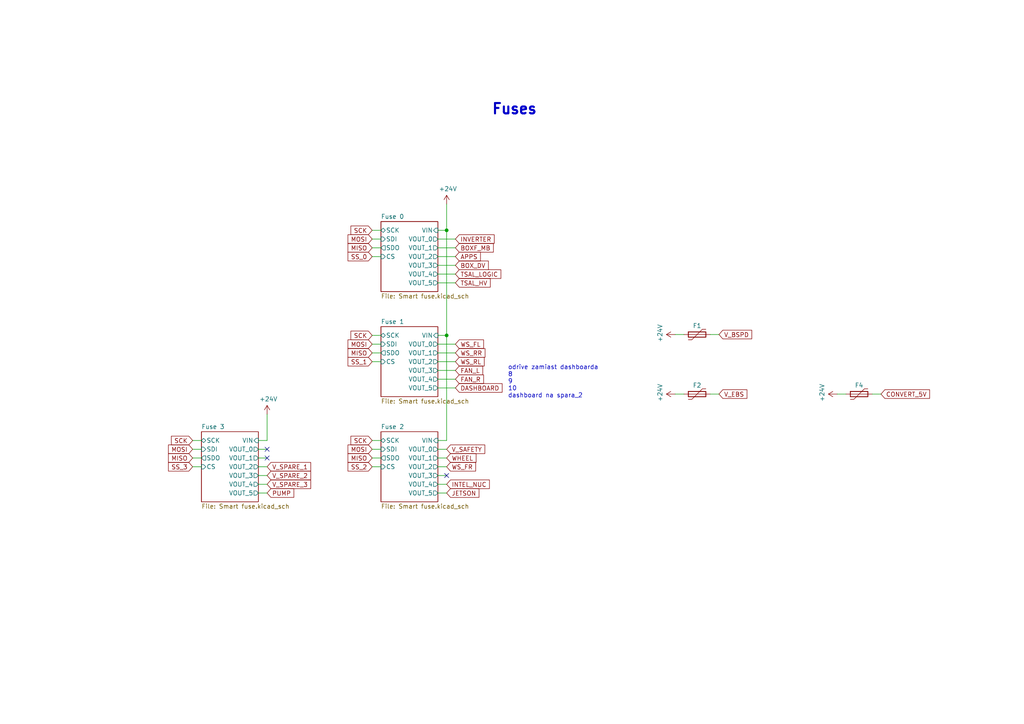
<source format=kicad_sch>
(kicad_sch (version 20211123) (generator eeschema)

  (uuid 38c40dcc-c1da-4f6f-a147-01497313c7b0)

  (paper "A4")

  (lib_symbols
    (symbol "Device:Polyfuse" (pin_numbers hide) (pin_names (offset 0)) (in_bom yes) (on_board yes)
      (property "Reference" "F" (id 0) (at -2.54 0 90)
        (effects (font (size 1.27 1.27)))
      )
      (property "Value" "Polyfuse" (id 1) (at 2.54 0 90)
        (effects (font (size 1.27 1.27)))
      )
      (property "Footprint" "" (id 2) (at 1.27 -5.08 0)
        (effects (font (size 1.27 1.27)) (justify left) hide)
      )
      (property "Datasheet" "~" (id 3) (at 0 0 0)
        (effects (font (size 1.27 1.27)) hide)
      )
      (property "ki_keywords" "resettable fuse PTC PPTC polyfuse polyswitch" (id 4) (at 0 0 0)
        (effects (font (size 1.27 1.27)) hide)
      )
      (property "ki_description" "Resettable fuse, polymeric positive temperature coefficient" (id 5) (at 0 0 0)
        (effects (font (size 1.27 1.27)) hide)
      )
      (property "ki_fp_filters" "*polyfuse* *PTC*" (id 6) (at 0 0 0)
        (effects (font (size 1.27 1.27)) hide)
      )
      (symbol "Polyfuse_0_1"
        (rectangle (start -0.762 2.54) (end 0.762 -2.54)
          (stroke (width 0.254) (type default) (color 0 0 0 0))
          (fill (type none))
        )
        (polyline
          (pts
            (xy 0 2.54)
            (xy 0 -2.54)
          )
          (stroke (width 0) (type default) (color 0 0 0 0))
          (fill (type none))
        )
        (polyline
          (pts
            (xy -1.524 2.54)
            (xy -1.524 1.524)
            (xy 1.524 -1.524)
            (xy 1.524 -2.54)
          )
          (stroke (width 0) (type default) (color 0 0 0 0))
          (fill (type none))
        )
      )
      (symbol "Polyfuse_1_1"
        (pin passive line (at 0 3.81 270) (length 1.27)
          (name "~" (effects (font (size 1.27 1.27))))
          (number "1" (effects (font (size 1.27 1.27))))
        )
        (pin passive line (at 0 -3.81 90) (length 1.27)
          (name "~" (effects (font (size 1.27 1.27))))
          (number "2" (effects (font (size 1.27 1.27))))
        )
      )
    )
    (symbol "power:+24V" (power) (pin_names (offset 0)) (in_bom yes) (on_board yes)
      (property "Reference" "#PWR" (id 0) (at 0 -3.81 0)
        (effects (font (size 1.27 1.27)) hide)
      )
      (property "Value" "+24V" (id 1) (at 0 3.556 0)
        (effects (font (size 1.27 1.27)))
      )
      (property "Footprint" "" (id 2) (at 0 0 0)
        (effects (font (size 1.27 1.27)) hide)
      )
      (property "Datasheet" "" (id 3) (at 0 0 0)
        (effects (font (size 1.27 1.27)) hide)
      )
      (property "ki_keywords" "power-flag" (id 4) (at 0 0 0)
        (effects (font (size 1.27 1.27)) hide)
      )
      (property "ki_description" "Power symbol creates a global label with name \"+24V\"" (id 5) (at 0 0 0)
        (effects (font (size 1.27 1.27)) hide)
      )
      (symbol "+24V_0_1"
        (polyline
          (pts
            (xy -0.762 1.27)
            (xy 0 2.54)
          )
          (stroke (width 0) (type default) (color 0 0 0 0))
          (fill (type none))
        )
        (polyline
          (pts
            (xy 0 0)
            (xy 0 2.54)
          )
          (stroke (width 0) (type default) (color 0 0 0 0))
          (fill (type none))
        )
        (polyline
          (pts
            (xy 0 2.54)
            (xy 0.762 1.27)
          )
          (stroke (width 0) (type default) (color 0 0 0 0))
          (fill (type none))
        )
      )
      (symbol "+24V_1_1"
        (pin power_in line (at 0 0 90) (length 0) hide
          (name "+24V" (effects (font (size 1.27 1.27))))
          (number "1" (effects (font (size 1.27 1.27))))
        )
      )
    )
  )

  (junction (at 129.54 66.802) (diameter 0) (color 0 0 0 0)
    (uuid 09b29be7-13c8-405c-b89b-6c26eea5b2f0)
  )
  (junction (at 129.54 97.282) (diameter 0) (color 0 0 0 0)
    (uuid 77ea1b4e-a183-4d7d-a03d-ea8b178dd5ff)
  )

  (no_connect (at 129.54 137.922) (uuid 83b35aee-0b87-4c44-9c64-a62c32bb2ccc))
  (no_connect (at 77.47 132.842) (uuid c082d3f7-f4ac-4161-9d26-68da5ee92565))
  (no_connect (at 77.47 130.302) (uuid d7ddd52b-0c3e-4cb0-8aeb-11de89d8af29))

  (wire (pts (xy 242.824 114.3) (xy 245.364 114.3))
    (stroke (width 0) (type default) (color 0 0 0 0))
    (uuid 0557e2d9-4af1-4235-b5f8-1d89ee67df07)
  )
  (wire (pts (xy 127 127.762) (xy 129.54 127.762))
    (stroke (width 0) (type default) (color 0 0 0 0))
    (uuid 078db027-fa63-4932-bb99-0d7439904c6e)
  )
  (wire (pts (xy 55.88 130.302) (xy 58.42 130.302))
    (stroke (width 0) (type default) (color 0 0 0 0))
    (uuid 0d1d3584-9867-486a-b52c-6d8aef2aca05)
  )
  (wire (pts (xy 127 97.282) (xy 129.54 97.282))
    (stroke (width 0) (type default) (color 0 0 0 0))
    (uuid 0f899206-4d68-498c-bc92-893f5e54d0c3)
  )
  (wire (pts (xy 77.47 132.842) (xy 74.93 132.842))
    (stroke (width 0) (type default) (color 0 0 0 0))
    (uuid 100714f2-46d2-4fe8-983c-b966d5be805f)
  )
  (wire (pts (xy 132.08 102.362) (xy 127 102.362))
    (stroke (width 0) (type default) (color 0 0 0 0))
    (uuid 117113f7-ebb7-4c0d-a296-74a46dc65161)
  )
  (wire (pts (xy 129.54 137.922) (xy 127 137.922))
    (stroke (width 0) (type default) (color 0 0 0 0))
    (uuid 1bcc5a08-abad-4df2-a2d4-99992d92f5ef)
  )
  (wire (pts (xy 107.95 74.422) (xy 110.49 74.422))
    (stroke (width 0) (type default) (color 0 0 0 0))
    (uuid 1de01251-a990-465d-96c8-e1506581cf2a)
  )
  (wire (pts (xy 107.95 99.822) (xy 110.49 99.822))
    (stroke (width 0) (type default) (color 0 0 0 0))
    (uuid 28966f7b-623b-44e7-9f21-50fa6a0f690d)
  )
  (wire (pts (xy 107.95 97.282) (xy 110.49 97.282))
    (stroke (width 0) (type default) (color 0 0 0 0))
    (uuid 2ec9518e-82e1-43f1-bc18-85163aee7371)
  )
  (wire (pts (xy 55.88 132.842) (xy 58.42 132.842))
    (stroke (width 0) (type default) (color 0 0 0 0))
    (uuid 327fbc68-2855-4051-8138-b868b8d3e6c7)
  )
  (wire (pts (xy 195.834 114.3) (xy 198.374 114.3))
    (stroke (width 0) (type default) (color 0 0 0 0))
    (uuid 35327bf9-7fad-48c7-a14f-fb1442fed5cf)
  )
  (wire (pts (xy 77.47 135.382) (xy 74.93 135.382))
    (stroke (width 0) (type default) (color 0 0 0 0))
    (uuid 3acd969d-1c7c-4746-8dda-a1ea85984de8)
  )
  (wire (pts (xy 127 66.802) (xy 129.54 66.802))
    (stroke (width 0) (type default) (color 0 0 0 0))
    (uuid 3ccb2818-923f-46bd-a0a3-fbeb62b8ac35)
  )
  (wire (pts (xy 205.994 97.028) (xy 208.534 97.028))
    (stroke (width 0) (type default) (color 0 0 0 0))
    (uuid 3f21e3fb-de54-4dea-a429-6a0b68ad143b)
  )
  (wire (pts (xy 132.08 109.982) (xy 127 109.982))
    (stroke (width 0) (type default) (color 0 0 0 0))
    (uuid 4731935d-e010-498a-a145-6716bd2831ad)
  )
  (wire (pts (xy 129.54 132.842) (xy 127 132.842))
    (stroke (width 0) (type default) (color 0 0 0 0))
    (uuid 487d7e70-5fcf-4823-822d-a1b903fdba85)
  )
  (wire (pts (xy 107.95 130.302) (xy 110.49 130.302))
    (stroke (width 0) (type default) (color 0 0 0 0))
    (uuid 4abf5d42-be02-4a3f-8f7f-e17779baf152)
  )
  (wire (pts (xy 74.93 127.762) (xy 77.47 127.762))
    (stroke (width 0) (type default) (color 0 0 0 0))
    (uuid 4bf6bc51-be2b-4ecb-8153-7b0ff861b9b4)
  )
  (wire (pts (xy 132.08 107.442) (xy 127 107.442))
    (stroke (width 0) (type default) (color 0 0 0 0))
    (uuid 4cbc5907-1da2-41d0-9d18-c8d209b1c94b)
  )
  (wire (pts (xy 127 79.502) (xy 132.08 79.502))
    (stroke (width 0) (type default) (color 0 0 0 0))
    (uuid 4e5ad359-428a-4e37-bd0f-ff2e4c236979)
  )
  (wire (pts (xy 107.95 132.842) (xy 110.49 132.842))
    (stroke (width 0) (type default) (color 0 0 0 0))
    (uuid 5102ee9d-fc9d-4536-809e-6275cc1a17a0)
  )
  (wire (pts (xy 74.93 143.002) (xy 77.47 143.002))
    (stroke (width 0) (type default) (color 0 0 0 0))
    (uuid 51833d8f-73ca-4564-9d31-b30d8745c49f)
  )
  (wire (pts (xy 129.54 66.802) (xy 129.54 59.182))
    (stroke (width 0) (type default) (color 0 0 0 0))
    (uuid 51a2f1a7-8967-4340-88a3-a35efc7f0023)
  )
  (wire (pts (xy 132.08 69.342) (xy 127 69.342))
    (stroke (width 0) (type default) (color 0 0 0 0))
    (uuid 520b34ec-09d2-4680-a7f3-411f1809f381)
  )
  (wire (pts (xy 129.54 97.282) (xy 129.54 66.802))
    (stroke (width 0) (type default) (color 0 0 0 0))
    (uuid 57750aab-8013-42a4-bacb-0117140d948d)
  )
  (wire (pts (xy 127 140.462) (xy 129.54 140.462))
    (stroke (width 0) (type default) (color 0 0 0 0))
    (uuid 58a7a7f8-b222-4d65-a54c-1020ccbae6a2)
  )
  (wire (pts (xy 107.95 71.882) (xy 110.49 71.882))
    (stroke (width 0) (type default) (color 0 0 0 0))
    (uuid 5dae2d70-5e18-4d8d-b0e8-f643ad53f94c)
  )
  (wire (pts (xy 77.47 127.762) (xy 77.47 120.142))
    (stroke (width 0) (type default) (color 0 0 0 0))
    (uuid 5daed63b-4928-44f7-8a72-3128fbe7f335)
  )
  (wire (pts (xy 107.95 69.342) (xy 110.49 69.342))
    (stroke (width 0) (type default) (color 0 0 0 0))
    (uuid 633a9591-18f7-4293-9941-6a3f5c4feb13)
  )
  (wire (pts (xy 55.88 127.762) (xy 58.42 127.762))
    (stroke (width 0) (type default) (color 0 0 0 0))
    (uuid 652ffd59-78b7-4e50-8e08-8844e4139d49)
  )
  (wire (pts (xy 77.47 130.302) (xy 74.93 130.302))
    (stroke (width 0) (type default) (color 0 0 0 0))
    (uuid 662d454c-f260-40c8-a219-c55bdfaa734b)
  )
  (wire (pts (xy 252.984 114.3) (xy 255.524 114.3))
    (stroke (width 0) (type default) (color 0 0 0 0))
    (uuid 677479e7-0075-4cce-a037-5a2dcba73a55)
  )
  (wire (pts (xy 107.95 66.802) (xy 110.49 66.802))
    (stroke (width 0) (type default) (color 0 0 0 0))
    (uuid 67a0b3fe-bcfd-4b20-884a-ef16ae3644a8)
  )
  (wire (pts (xy 77.47 137.922) (xy 74.93 137.922))
    (stroke (width 0) (type default) (color 0 0 0 0))
    (uuid 6a1ecf46-657e-4cc8-ac58-9138486a33fe)
  )
  (wire (pts (xy 132.08 104.902) (xy 127 104.902))
    (stroke (width 0) (type default) (color 0 0 0 0))
    (uuid 74abb9e4-6b1f-4f5c-a385-620f963fda4b)
  )
  (wire (pts (xy 205.994 114.3) (xy 208.534 114.3))
    (stroke (width 0) (type default) (color 0 0 0 0))
    (uuid 759a4cb0-5cae-40ca-ac9d-88d87df95c5b)
  )
  (wire (pts (xy 55.88 135.382) (xy 58.42 135.382))
    (stroke (width 0) (type default) (color 0 0 0 0))
    (uuid 874e4a6d-52fe-49c7-975f-17f278b1ddc7)
  )
  (wire (pts (xy 127 71.882) (xy 132.08 71.882))
    (stroke (width 0) (type default) (color 0 0 0 0))
    (uuid 8d16ad89-9b1e-45a7-bbae-5bbbf889f211)
  )
  (wire (pts (xy 129.54 135.382) (xy 127 135.382))
    (stroke (width 0) (type default) (color 0 0 0 0))
    (uuid a2ba30e6-b808-4222-84de-648838ff6285)
  )
  (wire (pts (xy 195.834 97.028) (xy 198.374 97.028))
    (stroke (width 0) (type default) (color 0 0 0 0))
    (uuid a56b224e-c89b-4e4a-a3ee-8e3aeb4c13eb)
  )
  (wire (pts (xy 107.95 104.902) (xy 110.49 104.902))
    (stroke (width 0) (type default) (color 0 0 0 0))
    (uuid b2445c4a-3bd3-44b2-94e3-7d08d9613614)
  )
  (wire (pts (xy 132.08 112.522) (xy 127 112.522))
    (stroke (width 0) (type default) (color 0 0 0 0))
    (uuid b557b128-7696-4854-968d-bed8c1343b1e)
  )
  (wire (pts (xy 107.95 135.382) (xy 110.49 135.382))
    (stroke (width 0) (type default) (color 0 0 0 0))
    (uuid b5d524a4-d62f-458b-b662-ba3b00baef85)
  )
  (wire (pts (xy 129.54 127.762) (xy 129.54 97.282))
    (stroke (width 0) (type default) (color 0 0 0 0))
    (uuid b7bb5fe0-3728-4083-9c88-7e235dbe1266)
  )
  (wire (pts (xy 107.95 127.762) (xy 110.49 127.762))
    (stroke (width 0) (type default) (color 0 0 0 0))
    (uuid bf80d6c6-f124-42c2-9475-f351dfaeeb25)
  )
  (wire (pts (xy 132.08 99.822) (xy 127 99.822))
    (stroke (width 0) (type default) (color 0 0 0 0))
    (uuid ca73392c-b87a-4e35-8928-b02c70aa96b2)
  )
  (wire (pts (xy 127 143.002) (xy 129.54 143.002))
    (stroke (width 0) (type default) (color 0 0 0 0))
    (uuid cf3ac2b7-d593-460a-b1a7-aa890b959cfe)
  )
  (wire (pts (xy 132.08 82.042) (xy 127 82.042))
    (stroke (width 0) (type default) (color 0 0 0 0))
    (uuid d431f6f6-c826-49bf-8461-03a3a1c4a884)
  )
  (wire (pts (xy 127 130.302) (xy 129.54 130.302))
    (stroke (width 0) (type default) (color 0 0 0 0))
    (uuid d4a671ba-3bf3-4d8c-989c-464eb7c8d56c)
  )
  (wire (pts (xy 127 76.962) (xy 132.08 76.962))
    (stroke (width 0) (type default) (color 0 0 0 0))
    (uuid d866fb00-75bb-4e2f-92f4-9e47c74fc6f3)
  )
  (wire (pts (xy 107.95 102.362) (xy 110.49 102.362))
    (stroke (width 0) (type default) (color 0 0 0 0))
    (uuid de71e304-bc4c-46d9-819a-17f97ce3d875)
  )
  (wire (pts (xy 127 74.422) (xy 132.08 74.422))
    (stroke (width 0) (type default) (color 0 0 0 0))
    (uuid df54895a-f9f6-4eab-bb08-eec9b16f1ca1)
  )
  (wire (pts (xy 77.47 140.462) (xy 74.93 140.462))
    (stroke (width 0) (type default) (color 0 0 0 0))
    (uuid f9977624-2845-406f-a7b8-b6a57d2f2b08)
  )

  (text "Fuses\n" (at 155.956 33.528 180)
    (effects (font (size 2.9972 2.9972) (thickness 0.5994) bold) (justify right bottom))
    (uuid 1f09363c-7843-4225-abce-00a32f9e850d)
  )
  (text "odrive zamiast dashboarda\n8\n9\n10\ndashboard na spara_2"
    (at 147.32 115.57 0)
    (effects (font (size 1.27 1.27)) (justify left bottom))
    (uuid 40e33ece-dd4f-4678-80aa-892779bad634)
  )

  (global_label "V_BSPD" (shape input) (at 208.534 97.028 0) (fields_autoplaced)
    (effects (font (size 1.27 1.27)) (justify left))
    (uuid 0de3a661-717f-46f1-9cd7-70d9355a17c9)
    (property "Intersheet References" "${INTERSHEET_REFS}" (id 0) (at -295.656 -40.132 0)
      (effects (font (size 1.27 1.27)) hide)
    )
  )
  (global_label "WHEEL" (shape input) (at 129.54 132.842 0) (fields_autoplaced)
    (effects (font (size 1.27 1.27)) (justify left))
    (uuid 11514a5f-fd8d-4b26-aadc-d027dfabc0e4)
    (property "Intersheet References" "${INTERSHEET_REFS}" (id 0) (at -430.53 28.702 0)
      (effects (font (size 1.27 1.27)) hide)
    )
  )
  (global_label "SCK" (shape input) (at 107.95 66.802 180) (fields_autoplaced)
    (effects (font (size 1.27 1.27)) (justify right))
    (uuid 1b28c28b-8aa7-4bc2-92c4-ee30915f8ced)
    (property "Intersheet References" "${INTERSHEET_REFS}" (id 0) (at -430.53 31.242 0)
      (effects (font (size 1.27 1.27)) hide)
    )
  )
  (global_label "TSAL_LOGIC" (shape input) (at 132.08 79.502 0) (fields_autoplaced)
    (effects (font (size 1.27 1.27)) (justify left))
    (uuid 252b169d-3a47-4a2d-8c72-a8fb0b09c62e)
    (property "Intersheet References" "${INTERSHEET_REFS}" (id 0) (at -430.53 31.242 0)
      (effects (font (size 1.27 1.27)) hide)
    )
  )
  (global_label "SS_2" (shape input) (at 107.95 135.382 180) (fields_autoplaced)
    (effects (font (size 1.27 1.27)) (justify right))
    (uuid 25f5d96e-7056-4dd6-ab4e-87e3b2edc0e3)
    (property "Intersheet References" "${INTERSHEET_REFS}" (id 0) (at -430.53 31.242 0)
      (effects (font (size 1.27 1.27)) hide)
    )
  )
  (global_label "V_SAFETY" (shape input) (at 129.54 130.302 0) (fields_autoplaced)
    (effects (font (size 1.27 1.27)) (justify left))
    (uuid 2b815e9a-61cc-41ca-b7eb-debcf3767dfc)
    (property "Intersheet References" "${INTERSHEET_REFS}" (id 0) (at -430.53 28.702 0)
      (effects (font (size 1.27 1.27)) hide)
    )
  )
  (global_label "MISO" (shape input) (at 107.95 132.842 180) (fields_autoplaced)
    (effects (font (size 1.27 1.27)) (justify right))
    (uuid 3973ae07-2693-4550-bbad-8cd804875fdd)
    (property "Intersheet References" "${INTERSHEET_REFS}" (id 0) (at -430.53 31.242 0)
      (effects (font (size 1.27 1.27)) hide)
    )
  )
  (global_label "CONVERT_5V" (shape input) (at 255.524 114.3 0) (fields_autoplaced)
    (effects (font (size 1.27 1.27)) (justify left))
    (uuid 3b95d71e-f962-4f49-b22f-6887171c3499)
    (property "Intersheet References" "${INTERSHEET_REFS}" (id 0) (at -295.656 -29.21 0)
      (effects (font (size 1.27 1.27)) hide)
    )
  )
  (global_label "TSAL_HV" (shape input) (at 132.08 82.042 0) (fields_autoplaced)
    (effects (font (size 1.27 1.27)) (justify left))
    (uuid 405304ab-0fe4-49ac-8e97-e3b24f2760e9)
    (property "Intersheet References" "${INTERSHEET_REFS}" (id 0) (at -430.53 31.242 0)
      (effects (font (size 1.27 1.27)) hide)
    )
  )
  (global_label "JETSON" (shape input) (at 129.54 143.002 0) (fields_autoplaced)
    (effects (font (size 1.27 1.27)) (justify left))
    (uuid 41306284-5d40-43d6-96fe-7c1e6af321fc)
    (property "Intersheet References" "${INTERSHEET_REFS}" (id 0) (at 138.819 142.9226 0)
      (effects (font (size 1.27 1.27)) (justify left) hide)
    )
  )
  (global_label "MOSI" (shape input) (at 55.88 130.302 180) (fields_autoplaced)
    (effects (font (size 1.27 1.27)) (justify right))
    (uuid 4693d16a-3dd6-475e-bb37-58d0cb9349b4)
    (property "Intersheet References" "${INTERSHEET_REFS}" (id 0) (at -430.53 31.242 0)
      (effects (font (size 1.27 1.27)) hide)
    )
  )
  (global_label "SS_3" (shape input) (at 55.88 135.382 180) (fields_autoplaced)
    (effects (font (size 1.27 1.27)) (justify right))
    (uuid 47c2bc62-87da-4a41-bbc0-7a5ce2016b93)
    (property "Intersheet References" "${INTERSHEET_REFS}" (id 0) (at -430.53 31.242 0)
      (effects (font (size 1.27 1.27)) hide)
    )
  )
  (global_label "V_SPARE_3" (shape input) (at 77.47 140.462 0) (fields_autoplaced)
    (effects (font (size 1.27 1.27)) (justify left))
    (uuid 496feb67-abb6-4dad-8098-cd7b75a0c6c2)
    (property "Intersheet References" "${INTERSHEET_REFS}" (id 0) (at 90.0147 140.3826 0)
      (effects (font (size 1.27 1.27)) (justify left) hide)
    )
  )
  (global_label "V_SPARE_1" (shape input) (at 77.47 135.382 0) (fields_autoplaced)
    (effects (font (size 1.27 1.27)) (justify left))
    (uuid 4ab7432f-17bf-4987-b6f5-a1d6dc9a5dd7)
    (property "Intersheet References" "${INTERSHEET_REFS}" (id 0) (at 90.0147 135.3026 0)
      (effects (font (size 1.27 1.27)) (justify left) hide)
    )
  )
  (global_label "FAN_L" (shape input) (at 132.08 107.442 0) (fields_autoplaced)
    (effects (font (size 1.27 1.27)) (justify left))
    (uuid 519078e1-1443-4696-99e5-7500e7f4fddc)
    (property "Intersheet References" "${INTERSHEET_REFS}" (id 0) (at -430.53 31.242 0)
      (effects (font (size 1.27 1.27)) hide)
    )
  )
  (global_label "MOSI" (shape input) (at 107.95 130.302 180) (fields_autoplaced)
    (effects (font (size 1.27 1.27)) (justify right))
    (uuid 54a50054-b7a5-4f98-89b2-6a4d48285433)
    (property "Intersheet References" "${INTERSHEET_REFS}" (id 0) (at -430.53 31.242 0)
      (effects (font (size 1.27 1.27)) hide)
    )
  )
  (global_label "SCK" (shape input) (at 55.88 127.762 180) (fields_autoplaced)
    (effects (font (size 1.27 1.27)) (justify right))
    (uuid 55671809-899f-4d62-95f3-94d66d602536)
    (property "Intersheet References" "${INTERSHEET_REFS}" (id 0) (at -430.53 31.242 0)
      (effects (font (size 1.27 1.27)) hide)
    )
  )
  (global_label "V_EBS" (shape input) (at 208.534 114.3 0) (fields_autoplaced)
    (effects (font (size 1.27 1.27)) (justify left))
    (uuid 67880dde-b214-44a2-80ff-0996ff63dfc6)
    (property "Intersheet References" "${INTERSHEET_REFS}" (id 0) (at -295.656 -29.21 0)
      (effects (font (size 1.27 1.27)) hide)
    )
  )
  (global_label "WS_FR" (shape input) (at 129.54 135.382 0) (fields_autoplaced)
    (effects (font (size 1.27 1.27)) (justify left))
    (uuid 68dc12bc-604c-40f5-8d5f-56c2e95dc1b9)
    (property "Intersheet References" "${INTERSHEET_REFS}" (id 0) (at -430.53 23.622 0)
      (effects (font (size 1.27 1.27)) hide)
    )
  )
  (global_label "INTEL_NUC" (shape input) (at 129.54 140.462 0) (fields_autoplaced)
    (effects (font (size 1.27 1.27)) (justify left))
    (uuid 6d30bf91-8548-4685-9835-abeaa46f3e99)
    (property "Intersheet References" "${INTERSHEET_REFS}" (id 0) (at -430.53 33.782 0)
      (effects (font (size 1.27 1.27)) hide)
    )
  )
  (global_label "SS_1" (shape input) (at 107.95 104.902 180) (fields_autoplaced)
    (effects (font (size 1.27 1.27)) (justify right))
    (uuid 6ecff802-d9e0-4397-a7d8-69a32cbf183c)
    (property "Intersheet References" "${INTERSHEET_REFS}" (id 0) (at -430.53 31.242 0)
      (effects (font (size 1.27 1.27)) hide)
    )
  )
  (global_label "BOX_DV" (shape input) (at 132.08 76.962 0) (fields_autoplaced)
    (effects (font (size 1.27 1.27)) (justify left))
    (uuid 70232f3c-4c2a-4d13-8369-f3896e934841)
    (property "Intersheet References" "${INTERSHEET_REFS}" (id 0) (at -430.53 31.242 0)
      (effects (font (size 1.27 1.27)) hide)
    )
  )
  (global_label "MISO" (shape input) (at 107.95 71.882 180) (fields_autoplaced)
    (effects (font (size 1.27 1.27)) (justify right))
    (uuid 70350e09-1bed-40ba-ba30-a6f4a21853d2)
    (property "Intersheet References" "${INTERSHEET_REFS}" (id 0) (at -430.53 31.242 0)
      (effects (font (size 1.27 1.27)) hide)
    )
  )
  (global_label "MOSI" (shape input) (at 107.95 69.342 180) (fields_autoplaced)
    (effects (font (size 1.27 1.27)) (justify right))
    (uuid 7d9ae52b-c15b-40c6-9462-21de543d2ae4)
    (property "Intersheet References" "${INTERSHEET_REFS}" (id 0) (at -430.53 31.242 0)
      (effects (font (size 1.27 1.27)) hide)
    )
  )
  (global_label "SCK" (shape input) (at 107.95 97.282 180) (fields_autoplaced)
    (effects (font (size 1.27 1.27)) (justify right))
    (uuid 7fd47e86-5595-4bc6-8f92-e0c5da4a4c99)
    (property "Intersheet References" "${INTERSHEET_REFS}" (id 0) (at -430.53 31.242 0)
      (effects (font (size 1.27 1.27)) hide)
    )
  )
  (global_label "SCK" (shape input) (at 107.95 127.762 180) (fields_autoplaced)
    (effects (font (size 1.27 1.27)) (justify right))
    (uuid 90f79f3c-c0ec-4d42-88f2-5352f49aabf4)
    (property "Intersheet References" "${INTERSHEET_REFS}" (id 0) (at -430.53 31.242 0)
      (effects (font (size 1.27 1.27)) hide)
    )
  )
  (global_label "INVERTER" (shape input) (at 132.08 69.342 0) (fields_autoplaced)
    (effects (font (size 1.27 1.27)) (justify left))
    (uuid 920ecaae-7db1-4d81-8d1a-1bf9d0dcbcb3)
    (property "Intersheet References" "${INTERSHEET_REFS}" (id 0) (at -430.53 31.242 0)
      (effects (font (size 1.27 1.27)) hide)
    )
  )
  (global_label "V_SPARE_2" (shape input) (at 77.47 137.922 0) (fields_autoplaced)
    (effects (font (size 1.27 1.27)) (justify left))
    (uuid 9735d21f-251f-4840-80c3-513db3769f40)
    (property "Intersheet References" "${INTERSHEET_REFS}" (id 0) (at 90.0147 137.8426 0)
      (effects (font (size 1.27 1.27)) (justify left) hide)
    )
  )
  (global_label "WS_FL" (shape input) (at 132.08 99.822 0) (fields_autoplaced)
    (effects (font (size 1.27 1.27)) (justify left))
    (uuid a0bc9b86-1e0e-4d00-83fd-e009c61c0d0f)
    (property "Intersheet References" "${INTERSHEET_REFS}" (id 0) (at -430.53 31.242 0)
      (effects (font (size 1.27 1.27)) hide)
    )
  )
  (global_label "MISO" (shape input) (at 55.88 132.842 180) (fields_autoplaced)
    (effects (font (size 1.27 1.27)) (justify right))
    (uuid a729455b-7084-4c31-a601-e488b81222a4)
    (property "Intersheet References" "${INTERSHEET_REFS}" (id 0) (at -430.53 31.242 0)
      (effects (font (size 1.27 1.27)) hide)
    )
  )
  (global_label "FAN_R" (shape input) (at 132.08 109.982 0) (fields_autoplaced)
    (effects (font (size 1.27 1.27)) (justify left))
    (uuid aaefea16-c682-46fd-8d31-f755e0df6772)
    (property "Intersheet References" "${INTERSHEET_REFS}" (id 0) (at -430.53 31.242 0)
      (effects (font (size 1.27 1.27)) hide)
    )
  )
  (global_label "BOXF_MB" (shape input) (at 132.08 71.882 0) (fields_autoplaced)
    (effects (font (size 1.27 1.27)) (justify left))
    (uuid b8901857-4226-4a93-9c0c-2843aa1cc90a)
    (property "Intersheet References" "${INTERSHEET_REFS}" (id 0) (at -430.53 31.242 0)
      (effects (font (size 1.27 1.27)) hide)
    )
  )
  (global_label "WS_RL" (shape input) (at 132.08 104.902 0) (fields_autoplaced)
    (effects (font (size 1.27 1.27)) (justify left))
    (uuid c68431fd-a519-47fd-bb6f-9ea47734268d)
    (property "Intersheet References" "${INTERSHEET_REFS}" (id 0) (at -430.53 31.242 0)
      (effects (font (size 1.27 1.27)) hide)
    )
  )
  (global_label "DASHBOARD" (shape input) (at 132.08 112.522 0) (fields_autoplaced)
    (effects (font (size 1.27 1.27)) (justify left))
    (uuid cf911380-feaf-41e5-9cb8-19b28e753833)
    (property "Intersheet References" "${INTERSHEET_REFS}" (id 0) (at -430.53 31.242 0)
      (effects (font (size 1.27 1.27)) hide)
    )
  )
  (global_label "PUMP" (shape input) (at 77.47 143.002 0) (fields_autoplaced)
    (effects (font (size 1.27 1.27)) (justify left))
    (uuid d6e50f5d-ca2d-4cd8-8ccb-2cdbe86e6976)
    (property "Intersheet References" "${INTERSHEET_REFS}" (id 0) (at -430.53 31.242 0)
      (effects (font (size 1.27 1.27)) hide)
    )
  )
  (global_label "MOSI" (shape input) (at 107.95 99.822 180) (fields_autoplaced)
    (effects (font (size 1.27 1.27)) (justify right))
    (uuid da83734b-15df-44c8-954a-8cfef63f5bc8)
    (property "Intersheet References" "${INTERSHEET_REFS}" (id 0) (at -430.53 31.242 0)
      (effects (font (size 1.27 1.27)) hide)
    )
  )
  (global_label "APPS" (shape input) (at 132.08 74.422 0) (fields_autoplaced)
    (effects (font (size 1.27 1.27)) (justify left))
    (uuid ea03582d-f50b-42ef-afe1-ac3f7ab34d9e)
    (property "Intersheet References" "${INTERSHEET_REFS}" (id 0) (at -430.53 31.242 0)
      (effects (font (size 1.27 1.27)) hide)
    )
  )
  (global_label "SS_0" (shape input) (at 107.95 74.422 180) (fields_autoplaced)
    (effects (font (size 1.27 1.27)) (justify right))
    (uuid f26f09c0-d3fd-4edc-b06e-f8b49f31d395)
    (property "Intersheet References" "${INTERSHEET_REFS}" (id 0) (at -430.53 31.242 0)
      (effects (font (size 1.27 1.27)) hide)
    )
  )
  (global_label "WS_RR" (shape input) (at 132.08 102.362 0) (fields_autoplaced)
    (effects (font (size 1.27 1.27)) (justify left))
    (uuid f69e9929-3433-4634-8fcd-e8acdeaaf0ba)
    (property "Intersheet References" "${INTERSHEET_REFS}" (id 0) (at -430.53 31.242 0)
      (effects (font (size 1.27 1.27)) hide)
    )
  )
  (global_label "MISO" (shape input) (at 107.95 102.362 180) (fields_autoplaced)
    (effects (font (size 1.27 1.27)) (justify right))
    (uuid f97d739d-5c42-44fe-821d-1b080474fab4)
    (property "Intersheet References" "${INTERSHEET_REFS}" (id 0) (at -430.53 31.242 0)
      (effects (font (size 1.27 1.27)) hide)
    )
  )

  (symbol (lib_id "power:+24V") (at 129.54 59.182 0) (unit 1)
    (in_bom yes) (on_board yes)
    (uuid 20e032ae-54c3-4485-9acf-57bcae9e59c8)
    (property "Reference" "#PWR030" (id 0) (at 129.54 62.992 0)
      (effects (font (size 1.27 1.27)) hide)
    )
    (property "Value" "+24V" (id 1) (at 129.921 54.7878 0))
    (property "Footprint" "" (id 2) (at 129.54 59.182 0)
      (effects (font (size 1.27 1.27)) hide)
    )
    (property "Datasheet" "" (id 3) (at 129.54 59.182 0)
      (effects (font (size 1.27 1.27)) hide)
    )
    (pin "1" (uuid 7c4c4ffb-03ca-45a1-a2e5-ca05ee7147ac))
  )

  (symbol (lib_id "Device:Polyfuse") (at 249.174 114.3 270) (unit 1)
    (in_bom yes) (on_board yes)
    (uuid 8afbb7d2-3637-4b22-a50a-0c09aad8b458)
    (property "Reference" "F4" (id 0) (at 249.174 111.76 90))
    (property "Value" "Polyfuse" (id 1) (at 250.444 110.49 0)
      (effects (font (size 1.27 1.27)) hide)
    )
    (property "Footprint" "Fuse:Fuse_2010_5025Metric" (id 2) (at 244.094 115.57 0)
      (effects (font (size 1.27 1.27)) (justify left) hide)
    )
    (property "Datasheet" "~" (id 3) (at 249.174 114.3 0)
      (effects (font (size 1.27 1.27)) hide)
    )
    (pin "1" (uuid 7920ce34-e24f-4cc1-b586-013940e23ec9))
    (pin "2" (uuid a00673f8-45d2-410a-8db7-6565db86c1e8))
  )

  (symbol (lib_id "power:+24V") (at 77.47 120.142 0) (unit 1)
    (in_bom yes) (on_board yes)
    (uuid af615621-9701-48fc-94be-2882b6c3d231)
    (property "Reference" "#PWR0108" (id 0) (at 77.47 123.952 0)
      (effects (font (size 1.27 1.27)) hide)
    )
    (property "Value" "+24V" (id 1) (at 77.851 115.7478 0))
    (property "Footprint" "" (id 2) (at 77.47 120.142 0)
      (effects (font (size 1.27 1.27)) hide)
    )
    (property "Datasheet" "" (id 3) (at 77.47 120.142 0)
      (effects (font (size 1.27 1.27)) hide)
    )
    (pin "1" (uuid a7b64f44-d78e-4f09-a3cd-86ef35cbc660))
  )

  (symbol (lib_id "Device:Polyfuse") (at 202.184 97.028 270) (unit 1)
    (in_bom yes) (on_board yes)
    (uuid c1f5526d-e5d2-4939-850d-2aa5f4d1ea67)
    (property "Reference" "F1" (id 0) (at 202.184 94.488 90))
    (property "Value" "Polyfuse" (id 1) (at 202.184 93.6244 90)
      (effects (font (size 1.27 1.27)) hide)
    )
    (property "Footprint" "Fuse:Fuse_2010_5025Metric" (id 2) (at 197.104 98.298 0)
      (effects (font (size 1.27 1.27)) (justify left) hide)
    )
    (property "Datasheet" "~" (id 3) (at 202.184 97.028 0)
      (effects (font (size 1.27 1.27)) hide)
    )
    (pin "1" (uuid b5e8ea01-6e42-4b98-9068-40bc2a9e4810))
    (pin "2" (uuid 2a617d6b-4e1e-4f79-b5d0-cecf489544f5))
  )

  (symbol (lib_id "power:+24V") (at 195.834 97.028 90) (unit 1)
    (in_bom yes) (on_board yes)
    (uuid c6970044-86af-4815-a7ab-65c6124f48aa)
    (property "Reference" "#PWR021" (id 0) (at 199.644 97.028 0)
      (effects (font (size 1.27 1.27)) hide)
    )
    (property "Value" "+24V" (id 1) (at 191.4398 96.647 0))
    (property "Footprint" "" (id 2) (at 195.834 97.028 0)
      (effects (font (size 1.27 1.27)) hide)
    )
    (property "Datasheet" "" (id 3) (at 195.834 97.028 0)
      (effects (font (size 1.27 1.27)) hide)
    )
    (pin "1" (uuid 78eab036-0bfa-4f43-833e-1db653cbd1d2))
  )

  (symbol (lib_id "power:+24V") (at 242.824 114.3 90) (unit 1)
    (in_bom yes) (on_board yes)
    (uuid dae4c746-5c25-4fd0-9787-e00e0cc3e6ce)
    (property "Reference" "#PWR024" (id 0) (at 246.634 114.3 0)
      (effects (font (size 1.27 1.27)) hide)
    )
    (property "Value" "+24V" (id 1) (at 238.4298 113.919 0))
    (property "Footprint" "" (id 2) (at 242.824 114.3 0)
      (effects (font (size 1.27 1.27)) hide)
    )
    (property "Datasheet" "" (id 3) (at 242.824 114.3 0)
      (effects (font (size 1.27 1.27)) hide)
    )
    (pin "1" (uuid 97e0cdf5-08e0-43e1-ba61-80256535c590))
  )

  (symbol (lib_id "Device:Polyfuse") (at 202.184 114.3 270) (unit 1)
    (in_bom yes) (on_board yes)
    (uuid ec50431d-98fc-4652-a4b7-dea8be9f5919)
    (property "Reference" "F2" (id 0) (at 202.184 111.76 90))
    (property "Value" "Polyfuse" (id 1) (at 202.184 110.8964 90)
      (effects (font (size 1.27 1.27)) hide)
    )
    (property "Footprint" "Fuse:Fuse_2010_5025Metric" (id 2) (at 197.104 115.57 0)
      (effects (font (size 1.27 1.27)) (justify left) hide)
    )
    (property "Datasheet" "~" (id 3) (at 202.184 114.3 0)
      (effects (font (size 1.27 1.27)) hide)
    )
    (pin "1" (uuid a1a91b35-d7ad-4564-9494-abd0de510ed2))
    (pin "2" (uuid 137fe5c7-3e60-47bc-963d-ac7a965cac8a))
  )

  (symbol (lib_id "power:+24V") (at 195.834 114.3 90) (unit 1)
    (in_bom yes) (on_board yes)
    (uuid ecede35e-350c-4a34-a551-1114fa20c280)
    (property "Reference" "#PWR022" (id 0) (at 199.644 114.3 0)
      (effects (font (size 1.27 1.27)) hide)
    )
    (property "Value" "+24V" (id 1) (at 191.4398 113.919 0))
    (property "Footprint" "" (id 2) (at 195.834 114.3 0)
      (effects (font (size 1.27 1.27)) hide)
    )
    (property "Datasheet" "" (id 3) (at 195.834 114.3 0)
      (effects (font (size 1.27 1.27)) hide)
    )
    (pin "1" (uuid a7c5a1dd-f290-4993-ac5e-8f04cb71380d))
  )

  (sheet (at 110.49 125.222) (size 16.51 20.32) (fields_autoplaced)
    (stroke (width 0) (type solid) (color 0 0 0 0))
    (fill (color 0 0 0 0.0000))
    (uuid 1b3be86f-8acd-44e7-a079-a7c00cdf4570)
    (property "Sheet name" "Fuse 2" (id 0) (at 110.49 124.5104 0)
      (effects (font (size 1.27 1.27)) (justify left bottom))
    )
    (property "Sheet file" "Smart fuse.kicad_sch" (id 1) (at 110.49 146.1266 0)
      (effects (font (size 1.27 1.27)) (justify left top))
    )
    (pin "VOUT_0" output (at 127 130.302 0)
      (effects (font (size 1.27 1.27)) (justify right))
      (uuid 5856bd7e-7a6d-4947-9547-cff3ca106d22)
    )
    (pin "VOUT_1" output (at 127 132.842 0)
      (effects (font (size 1.27 1.27)) (justify right))
      (uuid 12f97e70-d9fb-40c5-a5a2-d46987fcca8c)
    )
    (pin "VOUT_2" output (at 127 135.382 0)
      (effects (font (size 1.27 1.27)) (justify right))
      (uuid 113779f9-8f65-4d3f-81bf-e93413699aa7)
    )
    (pin "VOUT_3" output (at 127 137.922 0)
      (effects (font (size 1.27 1.27)) (justify right))
      (uuid b4114175-7f4b-4a36-8781-5337d98872a8)
    )
    (pin "VOUT_4" output (at 127 140.462 0)
      (effects (font (size 1.27 1.27)) (justify right))
      (uuid 98fc8596-bdd5-4422-8205-93904de5ac02)
    )
    (pin "VOUT_5" output (at 127 143.002 0)
      (effects (font (size 1.27 1.27)) (justify right))
      (uuid 06de53d3-1594-4079-bbbf-ff0e6cccca07)
    )
    (pin "SCK" bidirectional (at 110.49 127.762 180)
      (effects (font (size 1.27 1.27)) (justify left))
      (uuid acb6e074-d41d-44ec-bbb4-4e9ac3d64a7b)
    )
    (pin "SDI" input (at 110.49 130.302 180)
      (effects (font (size 1.27 1.27)) (justify left))
      (uuid 84764ca5-1713-4c85-b635-b7d367b9f03c)
    )
    (pin "SDO" output (at 110.49 132.842 180)
      (effects (font (size 1.27 1.27)) (justify left))
      (uuid b45924fe-1442-4696-a35d-b1e6b8065ac5)
    )
    (pin "CS" input (at 110.49 135.382 180)
      (effects (font (size 1.27 1.27)) (justify left))
      (uuid 585aae9e-e7fc-4145-bac2-fd5d5c2ee1dd)
    )
    (pin "VIN" input (at 127 127.762 0)
      (effects (font (size 1.27 1.27)) (justify right))
      (uuid de4884e4-f317-4d09-88bb-30580dce7172)
    )
  )

  (sheet (at 110.49 64.262) (size 16.51 20.32) (fields_autoplaced)
    (stroke (width 0) (type solid) (color 0 0 0 0))
    (fill (color 0 0 0 0.0000))
    (uuid 9b6230d8-f053-4017-bb6b-2fe984e02a8a)
    (property "Sheet name" "Fuse 0" (id 0) (at 110.49 63.5504 0)
      (effects (font (size 1.27 1.27)) (justify left bottom))
    )
    (property "Sheet file" "Smart fuse.kicad_sch" (id 1) (at 110.49 85.1666 0)
      (effects (font (size 1.27 1.27)) (justify left top))
    )
    (pin "VOUT_0" output (at 127 69.342 0)
      (effects (font (size 1.27 1.27)) (justify right))
      (uuid 35576079-5c61-4d61-832d-757522c81cd1)
    )
    (pin "VOUT_1" output (at 127 71.882 0)
      (effects (font (size 1.27 1.27)) (justify right))
      (uuid 8b4c727c-d312-4943-b28d-7be2de8c249b)
    )
    (pin "VOUT_2" output (at 127 74.422 0)
      (effects (font (size 1.27 1.27)) (justify right))
      (uuid 3e7e78b0-6704-43e7-9cc2-2a90e8dc03ab)
    )
    (pin "VOUT_3" output (at 127 76.962 0)
      (effects (font (size 1.27 1.27)) (justify right))
      (uuid d45f58d7-6240-4682-b798-e6e8e1fe6abc)
    )
    (pin "VOUT_4" output (at 127 79.502 0)
      (effects (font (size 1.27 1.27)) (justify right))
      (uuid 87da9e85-af61-498c-92ea-6d6e87acc9aa)
    )
    (pin "VOUT_5" output (at 127 82.042 0)
      (effects (font (size 1.27 1.27)) (justify right))
      (uuid 4bbc98ab-6f77-4095-b1da-33a07330dc1f)
    )
    (pin "SCK" bidirectional (at 110.49 66.802 180)
      (effects (font (size 1.27 1.27)) (justify left))
      (uuid 3c91aea9-436f-4a50-b0e4-2f311e067a2d)
    )
    (pin "SDI" input (at 110.49 69.342 180)
      (effects (font (size 1.27 1.27)) (justify left))
      (uuid 0dc22989-3c9b-4614-8167-ff50803d7055)
    )
    (pin "SDO" output (at 110.49 71.882 180)
      (effects (font (size 1.27 1.27)) (justify left))
      (uuid c7928b6b-d150-4a66-9049-10524d712ba0)
    )
    (pin "CS" input (at 110.49 74.422 180)
      (effects (font (size 1.27 1.27)) (justify left))
      (uuid 2974c0db-adaa-4154-a61f-18e19a49d218)
    )
    (pin "VIN" input (at 127 66.802 0)
      (effects (font (size 1.27 1.27)) (justify right))
      (uuid 68c7b3a0-b056-4c7e-b0a6-464f8c2b0012)
    )
  )

  (sheet (at 58.42 125.222) (size 16.51 20.32) (fields_autoplaced)
    (stroke (width 0) (type solid) (color 0 0 0 0))
    (fill (color 0 0 0 0.0000))
    (uuid af30b0b2-ff8d-44ee-b5c3-fb80a26240ac)
    (property "Sheet name" "Fuse 3" (id 0) (at 58.42 124.5104 0)
      (effects (font (size 1.27 1.27)) (justify left bottom))
    )
    (property "Sheet file" "Smart fuse.kicad_sch" (id 1) (at 58.42 146.1266 0)
      (effects (font (size 1.27 1.27)) (justify left top))
    )
    (pin "VOUT_0" output (at 74.93 130.302 0)
      (effects (font (size 1.27 1.27)) (justify right))
      (uuid 16525e96-596b-4554-9802-053e9e913925)
    )
    (pin "VOUT_1" output (at 74.93 132.842 0)
      (effects (font (size 1.27 1.27)) (justify right))
      (uuid f090f2ee-10fb-49ca-b45d-d0cf8ff50c83)
    )
    (pin "VOUT_2" output (at 74.93 135.382 0)
      (effects (font (size 1.27 1.27)) (justify right))
      (uuid e1c4b02a-604b-46b2-bc08-3240a83538d0)
    )
    (pin "VOUT_3" output (at 74.93 137.922 0)
      (effects (font (size 1.27 1.27)) (justify right))
      (uuid 94e76875-6cc8-4a11-b4ae-a8ae4d3c07a9)
    )
    (pin "VOUT_4" output (at 74.93 140.462 0)
      (effects (font (size 1.27 1.27)) (justify right))
      (uuid a0a2ac3c-40e2-4a0e-9f6c-41cd51738681)
    )
    (pin "VOUT_5" output (at 74.93 143.002 0)
      (effects (font (size 1.27 1.27)) (justify right))
      (uuid 5fcb774b-4f21-45e4-8a18-ba8e5c855d9c)
    )
    (pin "SCK" bidirectional (at 58.42 127.762 180)
      (effects (font (size 1.27 1.27)) (justify left))
      (uuid 97d01e50-4c07-41e2-b0be-6ade1313922d)
    )
    (pin "SDI" input (at 58.42 130.302 180)
      (effects (font (size 1.27 1.27)) (justify left))
      (uuid 8f21b446-92f6-4fd2-8b80-6730b39986aa)
    )
    (pin "SDO" output (at 58.42 132.842 180)
      (effects (font (size 1.27 1.27)) (justify left))
      (uuid 11ad1b18-f7db-4d63-a5ba-022b3f67188b)
    )
    (pin "CS" input (at 58.42 135.382 180)
      (effects (font (size 1.27 1.27)) (justify left))
      (uuid 976f06db-51f3-4b51-8c64-4b7f2db90d1d)
    )
    (pin "VIN" input (at 74.93 127.762 0)
      (effects (font (size 1.27 1.27)) (justify right))
      (uuid 5b0c66db-37e0-442d-8d05-11fa8424f4f7)
    )
  )

  (sheet (at 110.49 94.742) (size 16.51 20.32) (fields_autoplaced)
    (stroke (width 0) (type solid) (color 0 0 0 0))
    (fill (color 0 0 0 0.0000))
    (uuid de442484-3f75-4eaf-b56a-b7a6237d18ee)
    (property "Sheet name" "Fuse 1" (id 0) (at 110.49 94.0304 0)
      (effects (font (size 1.27 1.27)) (justify left bottom))
    )
    (property "Sheet file" "Smart fuse.kicad_sch" (id 1) (at 110.49 115.6466 0)
      (effects (font (size 1.27 1.27)) (justify left top))
    )
    (pin "VOUT_0" output (at 127 99.822 0)
      (effects (font (size 1.27 1.27)) (justify right))
      (uuid 4430d0ab-3d81-4f4d-a93c-02415a3b18ba)
    )
    (pin "VOUT_1" output (at 127 102.362 0)
      (effects (font (size 1.27 1.27)) (justify right))
      (uuid 88d3dcb9-d70f-4bfd-a98c-2a01849b9d28)
    )
    (pin "VOUT_2" output (at 127 104.902 0)
      (effects (font (size 1.27 1.27)) (justify right))
      (uuid 0f89095f-4a3a-488e-addd-13d4f359a560)
    )
    (pin "VOUT_3" output (at 127 107.442 0)
      (effects (font (size 1.27 1.27)) (justify right))
      (uuid 2ecd48df-6bac-4a73-a295-21a3b9f2d3be)
    )
    (pin "VOUT_4" output (at 127 109.982 0)
      (effects (font (size 1.27 1.27)) (justify right))
      (uuid d932cb62-9aad-4d53-9e53-74fa3d8e2aed)
    )
    (pin "VOUT_5" output (at 127 112.522 0)
      (effects (font (size 1.27 1.27)) (justify right))
      (uuid b71659d6-a92b-4bb5-b406-cd6969f9cf04)
    )
    (pin "SCK" bidirectional (at 110.49 97.282 180)
      (effects (font (size 1.27 1.27)) (justify left))
      (uuid bb74db29-bab3-4dc0-9e69-d7be876962c8)
    )
    (pin "SDI" input (at 110.49 99.822 180)
      (effects (font (size 1.27 1.27)) (justify left))
      (uuid 886f9e1e-9093-43a3-bbb8-ea6deced3afa)
    )
    (pin "SDO" output (at 110.49 102.362 180)
      (effects (font (size 1.27 1.27)) (justify left))
      (uuid e5a45479-0afb-4249-8d80-d4a3e4a8e92e)
    )
    (pin "CS" input (at 110.49 104.902 180)
      (effects (font (size 1.27 1.27)) (justify left))
      (uuid b2f99ae4-19e2-4b8a-93bc-780e04b63a17)
    )
    (pin "VIN" input (at 127 97.282 0)
      (effects (font (size 1.27 1.27)) (justify right))
      (uuid 1d259a3b-bfc7-4930-8ac5-276d28813650)
    )
  )
)

</source>
